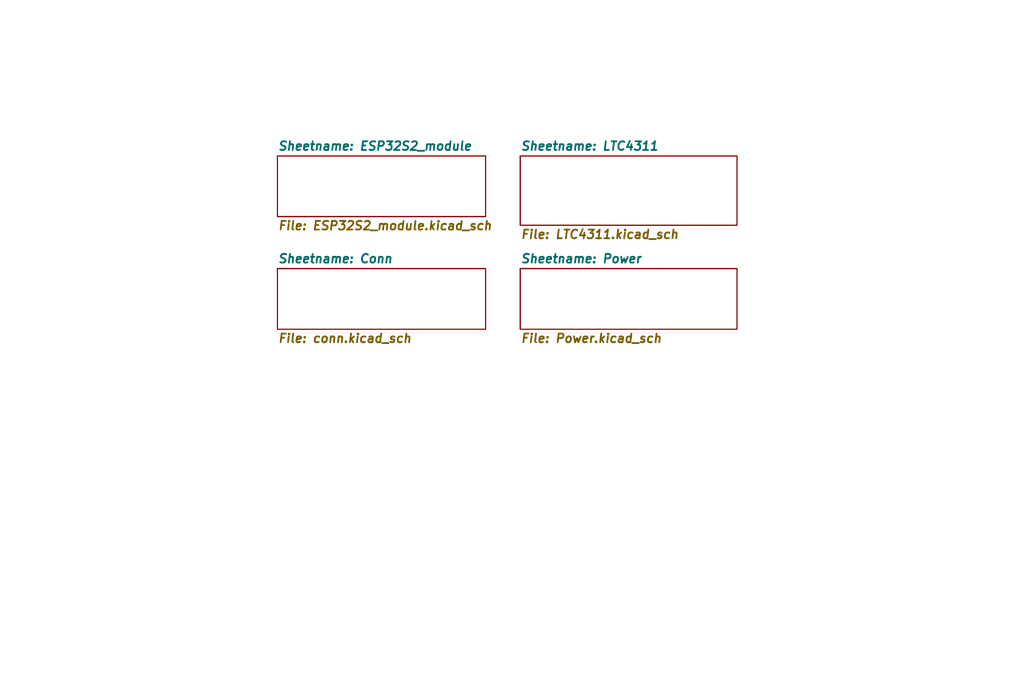
<source format=kicad_sch>
(kicad_sch (version 20230121) (generator eeschema)

  (uuid 67ad53b0-e724-4354-8add-ffbe056bca93)

  (paper "User" 150.012 99.9998)

  (title_block
    (date "2023-07-08")
  )

  (lib_symbols
  )


  (sheet (at 76.2 39.37) (size 31.75 8.89) (fields_autoplaced)
    (stroke (width 0.1524) (type solid))
    (fill (color 0 0 0 0.0000))
    (uuid 03c1781e-297b-49e1-8cb8-7d532072eddb)
    (property "Sheetname" "Power" (at 76.2 38.6584 0) (show_name)
      (effects (font (size 1.27 1.27) bold italic) (justify left bottom))
    )
    (property "Sheetfile" "Power.kicad_sch" (at 76.2 48.8446 0)
      (effects (font (size 1.27 1.27) bold italic) (justify left top))
    )
    (instances
      (project "PCBPT_Main_control_V1"
        (path "/67ad53b0-e724-4354-8add-ffbe056bca93" (page "5"))
      )
    )
  )

  (sheet (at 76.2 22.86) (size 31.75 10.16) (fields_autoplaced)
    (stroke (width 0.1524) (type solid))
    (fill (color 0 0 0 0.0000))
    (uuid 6013c2d1-59d9-4e52-9c53-fae38e10e3d2)
    (property "Sheetname" "LTC4311" (at 76.2 22.1484 0) (show_name)
      (effects (font (size 1.27 1.27) bold italic) (justify left bottom))
    )
    (property "Sheetfile" "LTC4311.kicad_sch" (at 76.2 33.6046 0)
      (effects (font (size 1.27 1.27) bold italic) (justify left top))
    )
    (instances
      (project "PCBPT_Main_control_V1"
        (path "/67ad53b0-e724-4354-8add-ffbe056bca93" (page "5"))
      )
    )
  )

  (sheet (at 40.64 22.86) (size 30.48 8.89) (fields_autoplaced)
    (stroke (width 0.1524) (type solid))
    (fill (color 0 0 0 0.0000))
    (uuid 86ad79f3-50fd-479e-949c-33d1e1007bb2)
    (property "Sheetname" "ESP32S2_module" (at 40.64 22.1484 0) (show_name)
      (effects (font (size 1.27 1.27) bold italic) (justify left bottom))
    )
    (property "Sheetfile" "ESP32S2_module.kicad_sch" (at 40.64 32.3346 0)
      (effects (font (size 1.27 1.27) bold italic) (justify left top))
    )
    (instances
      (project "PCBPT_Main_control_V1"
        (path "/67ad53b0-e724-4354-8add-ffbe056bca93" (page "4"))
      )
    )
  )

  (sheet (at 40.64 39.37) (size 30.48 8.89) (fields_autoplaced)
    (stroke (width 0.1524) (type solid))
    (fill (color 0 0 0 0.0000))
    (uuid 9c4f98f1-bc47-4c4b-bbad-ba5566d013b5)
    (property "Sheetname" "Conn" (at 40.64 38.6584 0) (show_name)
      (effects (font (size 1.27 1.27) bold italic) (justify left bottom))
    )
    (property "Sheetfile" "conn.kicad_sch" (at 40.64 48.8446 0)
      (effects (font (size 1.27 1.27) bold italic) (justify left top))
    )
    (instances
      (project "PCBPT_Main_control_V1"
        (path "/67ad53b0-e724-4354-8add-ffbe056bca93" (page "4"))
      )
    )
  )

  (sheet_instances
    (path "/" (page "1"))
  )
)

</source>
